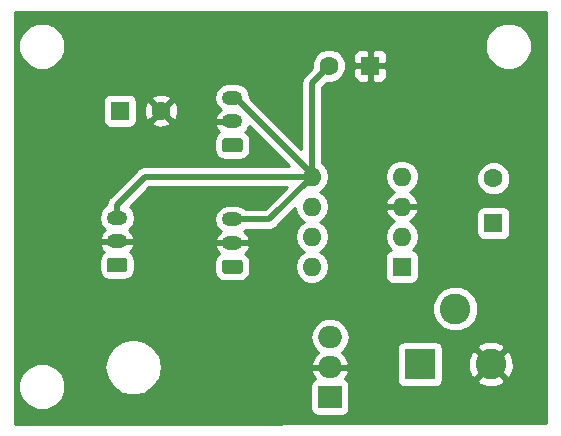
<source format=gbr>
G04 #@! TF.GenerationSoftware,KiCad,Pcbnew,(5.0.1)-rc2*
G04 #@! TF.CreationDate,2018-11-15T21:46:01-05:00*
G04 #@! TF.ProjectId,psu,7073752E6B696361645F706362000000,rev?*
G04 #@! TF.SameCoordinates,Original*
G04 #@! TF.FileFunction,Copper,L2,Bot,Signal*
G04 #@! TF.FilePolarity,Positive*
%FSLAX46Y46*%
G04 Gerber Fmt 4.6, Leading zero omitted, Abs format (unit mm)*
G04 Created by KiCad (PCBNEW (5.0.1)-rc2) date 11/15/2018 9:46:01 PM*
%MOMM*%
%LPD*%
G01*
G04 APERTURE LIST*
G04 #@! TA.AperFunction,ComponentPad*
%ADD10R,2.600000X2.600000*%
G04 #@! TD*
G04 #@! TA.AperFunction,ComponentPad*
%ADD11C,2.600000*%
G04 #@! TD*
G04 #@! TA.AperFunction,ComponentPad*
%ADD12R,1.600000X1.600000*%
G04 #@! TD*
G04 #@! TA.AperFunction,ComponentPad*
%ADD13C,1.600000*%
G04 #@! TD*
G04 #@! TA.AperFunction,Conductor*
%ADD14C,0.100000*%
G04 #@! TD*
G04 #@! TA.AperFunction,ComponentPad*
%ADD15C,1.200000*%
G04 #@! TD*
G04 #@! TA.AperFunction,ComponentPad*
%ADD16O,1.750000X1.200000*%
G04 #@! TD*
G04 #@! TA.AperFunction,ComponentPad*
%ADD17O,1.600000X1.600000*%
G04 #@! TD*
G04 #@! TA.AperFunction,ComponentPad*
%ADD18R,2.000000X1.905000*%
G04 #@! TD*
G04 #@! TA.AperFunction,ComponentPad*
%ADD19O,2.000000X1.905000*%
G04 #@! TD*
G04 #@! TA.AperFunction,Conductor*
%ADD20C,0.508000*%
G04 #@! TD*
G04 #@! TA.AperFunction,Conductor*
%ADD21C,0.254000*%
G04 #@! TD*
G04 APERTURE END LIST*
D10*
G04 #@! TO.P,J3,1*
G04 #@! TO.N,Net-(J3-Pad1)*
X169926000Y-104394000D03*
D11*
G04 #@! TO.P,J3,2*
G04 #@! TO.N,GND*
X175926000Y-104394000D03*
G04 #@! TO.P,J3,3*
G04 #@! TO.N,N/C*
X172926000Y-99694000D03*
G04 #@! TD*
D12*
G04 #@! TO.P,C1,1*
G04 #@! TO.N,Net-(C1-Pad1)*
X176149000Y-92456000D03*
D13*
G04 #@! TO.P,C1,2*
G04 #@! TO.N,Net-(C1-Pad2)*
X176149000Y-88656000D03*
G04 #@! TD*
D12*
G04 #@! TO.P,C2,1*
G04 #@! TO.N,GND*
X165735000Y-79121000D03*
D13*
G04 #@! TO.P,C2,2*
G04 #@! TO.N,-9V*
X162235000Y-79121000D03*
G04 #@! TD*
G04 #@! TO.P,C3,2*
G04 #@! TO.N,GND*
X148026000Y-82931000D03*
D12*
G04 #@! TO.P,C3,1*
G04 #@! TO.N,+9V*
X144526000Y-82931000D03*
G04 #@! TD*
D14*
G04 #@! TO.N,+9V*
G04 #@! TO.C,J1*
G36*
X154700505Y-85253204D02*
X154724773Y-85256804D01*
X154748572Y-85262765D01*
X154771671Y-85271030D01*
X154793850Y-85281520D01*
X154814893Y-85294132D01*
X154834599Y-85308747D01*
X154852777Y-85325223D01*
X154869253Y-85343401D01*
X154883868Y-85363107D01*
X154896480Y-85384150D01*
X154906970Y-85406329D01*
X154915235Y-85429428D01*
X154921196Y-85453227D01*
X154924796Y-85477495D01*
X154926000Y-85501999D01*
X154926000Y-86202001D01*
X154924796Y-86226505D01*
X154921196Y-86250773D01*
X154915235Y-86274572D01*
X154906970Y-86297671D01*
X154896480Y-86319850D01*
X154883868Y-86340893D01*
X154869253Y-86360599D01*
X154852777Y-86378777D01*
X154834599Y-86395253D01*
X154814893Y-86409868D01*
X154793850Y-86422480D01*
X154771671Y-86432970D01*
X154748572Y-86441235D01*
X154724773Y-86447196D01*
X154700505Y-86450796D01*
X154676001Y-86452000D01*
X153425999Y-86452000D01*
X153401495Y-86450796D01*
X153377227Y-86447196D01*
X153353428Y-86441235D01*
X153330329Y-86432970D01*
X153308150Y-86422480D01*
X153287107Y-86409868D01*
X153267401Y-86395253D01*
X153249223Y-86378777D01*
X153232747Y-86360599D01*
X153218132Y-86340893D01*
X153205520Y-86319850D01*
X153195030Y-86297671D01*
X153186765Y-86274572D01*
X153180804Y-86250773D01*
X153177204Y-86226505D01*
X153176000Y-86202001D01*
X153176000Y-85501999D01*
X153177204Y-85477495D01*
X153180804Y-85453227D01*
X153186765Y-85429428D01*
X153195030Y-85406329D01*
X153205520Y-85384150D01*
X153218132Y-85363107D01*
X153232747Y-85343401D01*
X153249223Y-85325223D01*
X153267401Y-85308747D01*
X153287107Y-85294132D01*
X153308150Y-85281520D01*
X153330329Y-85271030D01*
X153353428Y-85262765D01*
X153377227Y-85256804D01*
X153401495Y-85253204D01*
X153425999Y-85252000D01*
X154676001Y-85252000D01*
X154700505Y-85253204D01*
X154700505Y-85253204D01*
G37*
D15*
G04 #@! TD*
G04 #@! TO.P,J1,1*
G04 #@! TO.N,+9V*
X154051000Y-85852000D03*
D16*
G04 #@! TO.P,J1,2*
G04 #@! TO.N,GND*
X154051000Y-83852000D03*
G04 #@! TO.P,J1,3*
G04 #@! TO.N,-9V*
X154051000Y-81852000D03*
G04 #@! TD*
G04 #@! TO.P,J2,3*
G04 #@! TO.N,-9V*
X154051000Y-92139000D03*
G04 #@! TO.P,J2,2*
G04 #@! TO.N,GND*
X154051000Y-94139000D03*
D14*
G04 #@! TD*
G04 #@! TO.N,+9V*
G04 #@! TO.C,J2*
G36*
X154700505Y-95540204D02*
X154724773Y-95543804D01*
X154748572Y-95549765D01*
X154771671Y-95558030D01*
X154793850Y-95568520D01*
X154814893Y-95581132D01*
X154834599Y-95595747D01*
X154852777Y-95612223D01*
X154869253Y-95630401D01*
X154883868Y-95650107D01*
X154896480Y-95671150D01*
X154906970Y-95693329D01*
X154915235Y-95716428D01*
X154921196Y-95740227D01*
X154924796Y-95764495D01*
X154926000Y-95788999D01*
X154926000Y-96489001D01*
X154924796Y-96513505D01*
X154921196Y-96537773D01*
X154915235Y-96561572D01*
X154906970Y-96584671D01*
X154896480Y-96606850D01*
X154883868Y-96627893D01*
X154869253Y-96647599D01*
X154852777Y-96665777D01*
X154834599Y-96682253D01*
X154814893Y-96696868D01*
X154793850Y-96709480D01*
X154771671Y-96719970D01*
X154748572Y-96728235D01*
X154724773Y-96734196D01*
X154700505Y-96737796D01*
X154676001Y-96739000D01*
X153425999Y-96739000D01*
X153401495Y-96737796D01*
X153377227Y-96734196D01*
X153353428Y-96728235D01*
X153330329Y-96719970D01*
X153308150Y-96709480D01*
X153287107Y-96696868D01*
X153267401Y-96682253D01*
X153249223Y-96665777D01*
X153232747Y-96647599D01*
X153218132Y-96627893D01*
X153205520Y-96606850D01*
X153195030Y-96584671D01*
X153186765Y-96561572D01*
X153180804Y-96537773D01*
X153177204Y-96513505D01*
X153176000Y-96489001D01*
X153176000Y-95788999D01*
X153177204Y-95764495D01*
X153180804Y-95740227D01*
X153186765Y-95716428D01*
X153195030Y-95693329D01*
X153205520Y-95671150D01*
X153218132Y-95650107D01*
X153232747Y-95630401D01*
X153249223Y-95612223D01*
X153267401Y-95595747D01*
X153287107Y-95581132D01*
X153308150Y-95568520D01*
X153330329Y-95558030D01*
X153353428Y-95549765D01*
X153377227Y-95543804D01*
X153401495Y-95540204D01*
X153425999Y-95539000D01*
X154676001Y-95539000D01*
X154700505Y-95540204D01*
X154700505Y-95540204D01*
G37*
D15*
G04 #@! TO.P,J2,1*
G04 #@! TO.N,+9V*
X154051000Y-96139000D03*
G04 #@! TD*
D14*
G04 #@! TO.N,+9V*
G04 #@! TO.C,J4*
G36*
X144921505Y-95413204D02*
X144945773Y-95416804D01*
X144969572Y-95422765D01*
X144992671Y-95431030D01*
X145014850Y-95441520D01*
X145035893Y-95454132D01*
X145055599Y-95468747D01*
X145073777Y-95485223D01*
X145090253Y-95503401D01*
X145104868Y-95523107D01*
X145117480Y-95544150D01*
X145127970Y-95566329D01*
X145136235Y-95589428D01*
X145142196Y-95613227D01*
X145145796Y-95637495D01*
X145147000Y-95661999D01*
X145147000Y-96362001D01*
X145145796Y-96386505D01*
X145142196Y-96410773D01*
X145136235Y-96434572D01*
X145127970Y-96457671D01*
X145117480Y-96479850D01*
X145104868Y-96500893D01*
X145090253Y-96520599D01*
X145073777Y-96538777D01*
X145055599Y-96555253D01*
X145035893Y-96569868D01*
X145014850Y-96582480D01*
X144992671Y-96592970D01*
X144969572Y-96601235D01*
X144945773Y-96607196D01*
X144921505Y-96610796D01*
X144897001Y-96612000D01*
X143646999Y-96612000D01*
X143622495Y-96610796D01*
X143598227Y-96607196D01*
X143574428Y-96601235D01*
X143551329Y-96592970D01*
X143529150Y-96582480D01*
X143508107Y-96569868D01*
X143488401Y-96555253D01*
X143470223Y-96538777D01*
X143453747Y-96520599D01*
X143439132Y-96500893D01*
X143426520Y-96479850D01*
X143416030Y-96457671D01*
X143407765Y-96434572D01*
X143401804Y-96410773D01*
X143398204Y-96386505D01*
X143397000Y-96362001D01*
X143397000Y-95661999D01*
X143398204Y-95637495D01*
X143401804Y-95613227D01*
X143407765Y-95589428D01*
X143416030Y-95566329D01*
X143426520Y-95544150D01*
X143439132Y-95523107D01*
X143453747Y-95503401D01*
X143470223Y-95485223D01*
X143488401Y-95468747D01*
X143508107Y-95454132D01*
X143529150Y-95441520D01*
X143551329Y-95431030D01*
X143574428Y-95422765D01*
X143598227Y-95416804D01*
X143622495Y-95413204D01*
X143646999Y-95412000D01*
X144897001Y-95412000D01*
X144921505Y-95413204D01*
X144921505Y-95413204D01*
G37*
D15*
G04 #@! TD*
G04 #@! TO.P,J4,1*
G04 #@! TO.N,+9V*
X144272000Y-96012000D03*
D16*
G04 #@! TO.P,J4,2*
G04 #@! TO.N,GND*
X144272000Y-94012000D03*
G04 #@! TO.P,J4,3*
G04 #@! TO.N,-9V*
X144272000Y-92012000D03*
G04 #@! TD*
D12*
G04 #@! TO.P,U1,1*
G04 #@! TO.N,Net-(U1-Pad1)*
X168402000Y-96139000D03*
D17*
G04 #@! TO.P,U1,5*
G04 #@! TO.N,-9V*
X160782000Y-88519000D03*
G04 #@! TO.P,U1,2*
G04 #@! TO.N,Net-(C1-Pad1)*
X168402000Y-93599000D03*
G04 #@! TO.P,U1,6*
G04 #@! TO.N,Net-(U1-Pad6)*
X160782000Y-91059000D03*
G04 #@! TO.P,U1,3*
G04 #@! TO.N,GND*
X168402000Y-91059000D03*
G04 #@! TO.P,U1,7*
G04 #@! TO.N,Net-(U1-Pad7)*
X160782000Y-93599000D03*
G04 #@! TO.P,U1,4*
G04 #@! TO.N,Net-(C1-Pad2)*
X168402000Y-88519000D03*
G04 #@! TO.P,U1,8*
G04 #@! TO.N,+9V*
X160782000Y-96139000D03*
G04 #@! TD*
D18*
G04 #@! TO.P,U2,1*
G04 #@! TO.N,Net-(J3-Pad1)*
X162306000Y-107188000D03*
D19*
G04 #@! TO.P,U2,2*
G04 #@! TO.N,GND*
X162306000Y-104648000D03*
G04 #@! TO.P,U2,3*
G04 #@! TO.N,+9V*
X162306000Y-102108000D03*
G04 #@! TD*
D20*
G04 #@! TO.N,-9V*
X160782000Y-80574000D02*
X162235000Y-79121000D01*
X160782000Y-88519000D02*
X160782000Y-80574000D01*
X144272000Y-90904000D02*
X144272000Y-92012000D01*
X146657000Y-88519000D02*
X144272000Y-90904000D01*
X160782000Y-88519000D02*
X146657000Y-88519000D01*
X157162000Y-92139000D02*
X160782000Y-88519000D01*
X154051000Y-92139000D02*
X157162000Y-92139000D01*
X160782000Y-88308000D02*
X160782000Y-88519000D01*
X154326000Y-81852000D02*
X160782000Y-88308000D01*
X154051000Y-81852000D02*
X154326000Y-81852000D01*
G04 #@! TD*
D21*
G04 #@! TO.N,GND*
G36*
X180594000Y-109347357D02*
X135636000Y-109473643D01*
X135636000Y-105904159D01*
X135937000Y-105904159D01*
X135937000Y-106693841D01*
X136239199Y-107423412D01*
X136797588Y-107981801D01*
X137527159Y-108284000D01*
X138316841Y-108284000D01*
X139046412Y-107981801D01*
X139604801Y-107423412D01*
X139907000Y-106693841D01*
X139907000Y-105904159D01*
X139604801Y-105174588D01*
X139078213Y-104648000D01*
X143214276Y-104648000D01*
X143399380Y-105578580D01*
X143926511Y-106367489D01*
X144715420Y-106894620D01*
X145411103Y-107033000D01*
X145880897Y-107033000D01*
X146576580Y-106894620D01*
X147365489Y-106367489D01*
X147453681Y-106235500D01*
X160658560Y-106235500D01*
X160658560Y-108140500D01*
X160707843Y-108388265D01*
X160848191Y-108598309D01*
X161058235Y-108738657D01*
X161306000Y-108787940D01*
X163306000Y-108787940D01*
X163553765Y-108738657D01*
X163763809Y-108598309D01*
X163904157Y-108388265D01*
X163953440Y-108140500D01*
X163953440Y-106235500D01*
X163904157Y-105987735D01*
X163763809Y-105777691D01*
X163558857Y-105640745D01*
X163681973Y-105514924D01*
X163896563Y-105020980D01*
X163776594Y-104775000D01*
X162433000Y-104775000D01*
X162433000Y-104795000D01*
X162179000Y-104795000D01*
X162179000Y-104775000D01*
X160835406Y-104775000D01*
X160715437Y-105020980D01*
X160930027Y-105514924D01*
X161053143Y-105640745D01*
X160848191Y-105777691D01*
X160707843Y-105987735D01*
X160658560Y-106235500D01*
X147453681Y-106235500D01*
X147892620Y-105578580D01*
X148077724Y-104648000D01*
X147892620Y-103717420D01*
X147365489Y-102928511D01*
X146576580Y-102401380D01*
X145880897Y-102263000D01*
X145411103Y-102263000D01*
X144715420Y-102401380D01*
X143926511Y-102928511D01*
X143399380Y-103717420D01*
X143214276Y-104648000D01*
X139078213Y-104648000D01*
X139046412Y-104616199D01*
X138316841Y-104314000D01*
X137527159Y-104314000D01*
X136797588Y-104616199D01*
X136239199Y-105174588D01*
X135937000Y-105904159D01*
X135636000Y-105904159D01*
X135636000Y-102108000D01*
X160639900Y-102108000D01*
X160763109Y-102727411D01*
X161113977Y-103252523D01*
X161315474Y-103387159D01*
X160930027Y-103781076D01*
X160715437Y-104275020D01*
X160835406Y-104521000D01*
X162179000Y-104521000D01*
X162179000Y-104501000D01*
X162433000Y-104501000D01*
X162433000Y-104521000D01*
X163776594Y-104521000D01*
X163896563Y-104275020D01*
X163681973Y-103781076D01*
X163296526Y-103387159D01*
X163498023Y-103252523D01*
X163603944Y-103094000D01*
X167978560Y-103094000D01*
X167978560Y-105694000D01*
X168027843Y-105941765D01*
X168168191Y-106151809D01*
X168378235Y-106292157D01*
X168626000Y-106341440D01*
X171226000Y-106341440D01*
X171473765Y-106292157D01*
X171683809Y-106151809D01*
X171824157Y-105941765D01*
X171859623Y-105763459D01*
X174736146Y-105763459D01*
X174871504Y-106061455D01*
X175589880Y-106338066D01*
X176359427Y-106318710D01*
X176980496Y-106061455D01*
X177115854Y-105763459D01*
X175926000Y-104573605D01*
X174736146Y-105763459D01*
X171859623Y-105763459D01*
X171873440Y-105694000D01*
X171873440Y-104057880D01*
X173981934Y-104057880D01*
X174001290Y-104827427D01*
X174258545Y-105448496D01*
X174556541Y-105583854D01*
X175746395Y-104394000D01*
X176105605Y-104394000D01*
X177295459Y-105583854D01*
X177593455Y-105448496D01*
X177870066Y-104730120D01*
X177850710Y-103960573D01*
X177593455Y-103339504D01*
X177295459Y-103204146D01*
X176105605Y-104394000D01*
X175746395Y-104394000D01*
X174556541Y-103204146D01*
X174258545Y-103339504D01*
X173981934Y-104057880D01*
X171873440Y-104057880D01*
X171873440Y-103094000D01*
X171859624Y-103024541D01*
X174736146Y-103024541D01*
X175926000Y-104214395D01*
X177115854Y-103024541D01*
X176980496Y-102726545D01*
X176262120Y-102449934D01*
X175492573Y-102469290D01*
X174871504Y-102726545D01*
X174736146Y-103024541D01*
X171859624Y-103024541D01*
X171824157Y-102846235D01*
X171683809Y-102636191D01*
X171473765Y-102495843D01*
X171226000Y-102446560D01*
X168626000Y-102446560D01*
X168378235Y-102495843D01*
X168168191Y-102636191D01*
X168027843Y-102846235D01*
X167978560Y-103094000D01*
X163603944Y-103094000D01*
X163848891Y-102727411D01*
X163972100Y-102108000D01*
X163848891Y-101488589D01*
X163498023Y-100963477D01*
X162972911Y-100612609D01*
X162509850Y-100520500D01*
X162102150Y-100520500D01*
X161639089Y-100612609D01*
X161113977Y-100963477D01*
X160763109Y-101488589D01*
X160639900Y-102108000D01*
X135636000Y-102108000D01*
X135636000Y-99309105D01*
X170991000Y-99309105D01*
X170991000Y-100078895D01*
X171285586Y-100790090D01*
X171829910Y-101334414D01*
X172541105Y-101629000D01*
X173310895Y-101629000D01*
X174022090Y-101334414D01*
X174566414Y-100790090D01*
X174861000Y-100078895D01*
X174861000Y-99309105D01*
X174566414Y-98597910D01*
X174022090Y-98053586D01*
X173310895Y-97759000D01*
X172541105Y-97759000D01*
X171829910Y-98053586D01*
X171285586Y-98597910D01*
X170991000Y-99309105D01*
X135636000Y-99309105D01*
X135636000Y-95661999D01*
X142749560Y-95661999D01*
X142749560Y-96362001D01*
X142817873Y-96705436D01*
X143012414Y-96996586D01*
X143303564Y-97191127D01*
X143646999Y-97259440D01*
X144897001Y-97259440D01*
X145240436Y-97191127D01*
X145531586Y-96996586D01*
X145726127Y-96705436D01*
X145794440Y-96362001D01*
X145794440Y-95788999D01*
X152528560Y-95788999D01*
X152528560Y-96489001D01*
X152596873Y-96832436D01*
X152791414Y-97123586D01*
X153082564Y-97318127D01*
X153425999Y-97386440D01*
X154676001Y-97386440D01*
X155019436Y-97318127D01*
X155310586Y-97123586D01*
X155505127Y-96832436D01*
X155573440Y-96489001D01*
X155573440Y-95788999D01*
X155505127Y-95445564D01*
X155310586Y-95154414D01*
X155143653Y-95042873D01*
X155289080Y-94922474D01*
X155515592Y-94494281D01*
X155519462Y-94456609D01*
X155394731Y-94266000D01*
X154178000Y-94266000D01*
X154178000Y-94286000D01*
X153924000Y-94286000D01*
X153924000Y-94266000D01*
X152707269Y-94266000D01*
X152582538Y-94456609D01*
X152586408Y-94494281D01*
X152812920Y-94922474D01*
X152958347Y-95042873D01*
X152791414Y-95154414D01*
X152596873Y-95445564D01*
X152528560Y-95788999D01*
X145794440Y-95788999D01*
X145794440Y-95661999D01*
X145726127Y-95318564D01*
X145531586Y-95027414D01*
X145364653Y-94915873D01*
X145510080Y-94795474D01*
X145736592Y-94367281D01*
X145740462Y-94329609D01*
X145615731Y-94139000D01*
X144399000Y-94139000D01*
X144399000Y-94159000D01*
X144145000Y-94159000D01*
X144145000Y-94139000D01*
X142928269Y-94139000D01*
X142803538Y-94329609D01*
X142807408Y-94367281D01*
X143033920Y-94795474D01*
X143179347Y-94915873D01*
X143012414Y-95027414D01*
X142817873Y-95318564D01*
X142749560Y-95661999D01*
X135636000Y-95661999D01*
X135636000Y-92012000D01*
X142737805Y-92012000D01*
X142833656Y-92493873D01*
X143106615Y-92902385D01*
X143284385Y-93021167D01*
X143033920Y-93228526D01*
X142807408Y-93656719D01*
X142803538Y-93694391D01*
X142928269Y-93885000D01*
X144145000Y-93885000D01*
X144145000Y-93865000D01*
X144399000Y-93865000D01*
X144399000Y-93885000D01*
X145615731Y-93885000D01*
X145740462Y-93694391D01*
X145736592Y-93656719D01*
X145510080Y-93228526D01*
X145259615Y-93021167D01*
X145437385Y-92902385D01*
X145710344Y-92493873D01*
X145806195Y-92012000D01*
X145710344Y-91530127D01*
X145437385Y-91121615D01*
X145361995Y-91071241D01*
X147025236Y-89408000D01*
X158635764Y-89408000D01*
X156793765Y-91250000D01*
X155217310Y-91250000D01*
X155216385Y-91248615D01*
X154807873Y-90975656D01*
X154447636Y-90904000D01*
X153654364Y-90904000D01*
X153294127Y-90975656D01*
X152885615Y-91248615D01*
X152612656Y-91657127D01*
X152516805Y-92139000D01*
X152612656Y-92620873D01*
X152885615Y-93029385D01*
X153063385Y-93148167D01*
X152812920Y-93355526D01*
X152586408Y-93783719D01*
X152582538Y-93821391D01*
X152707269Y-94012000D01*
X153924000Y-94012000D01*
X153924000Y-93992000D01*
X154178000Y-93992000D01*
X154178000Y-94012000D01*
X155394731Y-94012000D01*
X155519462Y-93821391D01*
X155515592Y-93783719D01*
X155289080Y-93355526D01*
X155038615Y-93148167D01*
X155216385Y-93029385D01*
X155217310Y-93028000D01*
X157074445Y-93028000D01*
X157162000Y-93045416D01*
X157249555Y-93028000D01*
X157249556Y-93028000D01*
X157508870Y-92976419D01*
X157802933Y-92779933D01*
X157852531Y-92705704D01*
X159348809Y-91209427D01*
X159430260Y-91618909D01*
X159747423Y-92093577D01*
X160099758Y-92329000D01*
X159747423Y-92564423D01*
X159430260Y-93039091D01*
X159318887Y-93599000D01*
X159430260Y-94158909D01*
X159747423Y-94633577D01*
X160099758Y-94869000D01*
X159747423Y-95104423D01*
X159430260Y-95579091D01*
X159318887Y-96139000D01*
X159430260Y-96698909D01*
X159747423Y-97173577D01*
X160222091Y-97490740D01*
X160640667Y-97574000D01*
X160923333Y-97574000D01*
X161341909Y-97490740D01*
X161816577Y-97173577D01*
X162133740Y-96698909D01*
X162245113Y-96139000D01*
X162133740Y-95579091D01*
X161816577Y-95104423D01*
X161464242Y-94869000D01*
X161816577Y-94633577D01*
X162133740Y-94158909D01*
X162245113Y-93599000D01*
X166938887Y-93599000D01*
X167050260Y-94158909D01*
X167367423Y-94633577D01*
X167488106Y-94714215D01*
X167354235Y-94740843D01*
X167144191Y-94881191D01*
X167003843Y-95091235D01*
X166954560Y-95339000D01*
X166954560Y-96939000D01*
X167003843Y-97186765D01*
X167144191Y-97396809D01*
X167354235Y-97537157D01*
X167602000Y-97586440D01*
X169202000Y-97586440D01*
X169449765Y-97537157D01*
X169659809Y-97396809D01*
X169800157Y-97186765D01*
X169849440Y-96939000D01*
X169849440Y-95339000D01*
X169800157Y-95091235D01*
X169659809Y-94881191D01*
X169449765Y-94740843D01*
X169315894Y-94714215D01*
X169436577Y-94633577D01*
X169753740Y-94158909D01*
X169865113Y-93599000D01*
X169753740Y-93039091D01*
X169436577Y-92564423D01*
X169052892Y-92308053D01*
X169257134Y-92211389D01*
X169633041Y-91796423D01*
X169691202Y-91656000D01*
X174701560Y-91656000D01*
X174701560Y-93256000D01*
X174750843Y-93503765D01*
X174891191Y-93713809D01*
X175101235Y-93854157D01*
X175349000Y-93903440D01*
X176949000Y-93903440D01*
X177196765Y-93854157D01*
X177406809Y-93713809D01*
X177547157Y-93503765D01*
X177596440Y-93256000D01*
X177596440Y-91656000D01*
X177547157Y-91408235D01*
X177406809Y-91198191D01*
X177196765Y-91057843D01*
X176949000Y-91008560D01*
X175349000Y-91008560D01*
X175101235Y-91057843D01*
X174891191Y-91198191D01*
X174750843Y-91408235D01*
X174701560Y-91656000D01*
X169691202Y-91656000D01*
X169793904Y-91408039D01*
X169671915Y-91186000D01*
X168529000Y-91186000D01*
X168529000Y-91206000D01*
X168275000Y-91206000D01*
X168275000Y-91186000D01*
X167132085Y-91186000D01*
X167010096Y-91408039D01*
X167170959Y-91796423D01*
X167546866Y-92211389D01*
X167751108Y-92308053D01*
X167367423Y-92564423D01*
X167050260Y-93039091D01*
X166938887Y-93599000D01*
X162245113Y-93599000D01*
X162133740Y-93039091D01*
X161816577Y-92564423D01*
X161464242Y-92329000D01*
X161816577Y-92093577D01*
X162133740Y-91618909D01*
X162245113Y-91059000D01*
X162133740Y-90499091D01*
X161816577Y-90024423D01*
X161464242Y-89789000D01*
X161816577Y-89553577D01*
X162133740Y-89078909D01*
X162245113Y-88519000D01*
X166938887Y-88519000D01*
X167050260Y-89078909D01*
X167367423Y-89553577D01*
X167751108Y-89809947D01*
X167546866Y-89906611D01*
X167170959Y-90321577D01*
X167010096Y-90709961D01*
X167132085Y-90932000D01*
X168275000Y-90932000D01*
X168275000Y-90912000D01*
X168529000Y-90912000D01*
X168529000Y-90932000D01*
X169671915Y-90932000D01*
X169793904Y-90709961D01*
X169633041Y-90321577D01*
X169257134Y-89906611D01*
X169052892Y-89809947D01*
X169436577Y-89553577D01*
X169753740Y-89078909D01*
X169865113Y-88519000D01*
X169835587Y-88370561D01*
X174714000Y-88370561D01*
X174714000Y-88941439D01*
X174932466Y-89468862D01*
X175336138Y-89872534D01*
X175863561Y-90091000D01*
X176434439Y-90091000D01*
X176961862Y-89872534D01*
X177365534Y-89468862D01*
X177584000Y-88941439D01*
X177584000Y-88370561D01*
X177365534Y-87843138D01*
X176961862Y-87439466D01*
X176434439Y-87221000D01*
X175863561Y-87221000D01*
X175336138Y-87439466D01*
X174932466Y-87843138D01*
X174714000Y-88370561D01*
X169835587Y-88370561D01*
X169753740Y-87959091D01*
X169436577Y-87484423D01*
X168961909Y-87167260D01*
X168543333Y-87084000D01*
X168260667Y-87084000D01*
X167842091Y-87167260D01*
X167367423Y-87484423D01*
X167050260Y-87959091D01*
X166938887Y-88519000D01*
X162245113Y-88519000D01*
X162133740Y-87959091D01*
X161816577Y-87484423D01*
X161671000Y-87387152D01*
X161671000Y-80942235D01*
X162057235Y-80556000D01*
X162520439Y-80556000D01*
X163047862Y-80337534D01*
X163451534Y-79933862D01*
X163669871Y-79406750D01*
X164300000Y-79406750D01*
X164300000Y-80047310D01*
X164396673Y-80280699D01*
X164575302Y-80459327D01*
X164808691Y-80556000D01*
X165449250Y-80556000D01*
X165608000Y-80397250D01*
X165608000Y-79248000D01*
X165862000Y-79248000D01*
X165862000Y-80397250D01*
X166020750Y-80556000D01*
X166661309Y-80556000D01*
X166894698Y-80459327D01*
X167073327Y-80280699D01*
X167170000Y-80047310D01*
X167170000Y-79406750D01*
X167011250Y-79248000D01*
X165862000Y-79248000D01*
X165608000Y-79248000D01*
X164458750Y-79248000D01*
X164300000Y-79406750D01*
X163669871Y-79406750D01*
X163670000Y-79406439D01*
X163670000Y-78835561D01*
X163451534Y-78308138D01*
X163338086Y-78194690D01*
X164300000Y-78194690D01*
X164300000Y-78835250D01*
X164458750Y-78994000D01*
X165608000Y-78994000D01*
X165608000Y-77844750D01*
X165862000Y-77844750D01*
X165862000Y-78994000D01*
X167011250Y-78994000D01*
X167170000Y-78835250D01*
X167170000Y-78194690D01*
X167073327Y-77961301D01*
X166894698Y-77782673D01*
X166661309Y-77686000D01*
X166020750Y-77686000D01*
X165862000Y-77844750D01*
X165608000Y-77844750D01*
X165449250Y-77686000D01*
X164808691Y-77686000D01*
X164575302Y-77782673D01*
X164396673Y-77961301D01*
X164300000Y-78194690D01*
X163338086Y-78194690D01*
X163047862Y-77904466D01*
X162520439Y-77686000D01*
X161949561Y-77686000D01*
X161422138Y-77904466D01*
X161018466Y-78308138D01*
X160800000Y-78835561D01*
X160800000Y-79298765D01*
X160215294Y-79883471D01*
X160141068Y-79933067D01*
X160091472Y-80007293D01*
X160091471Y-80007294D01*
X159944582Y-80227130D01*
X159875584Y-80574000D01*
X159893001Y-80661559D01*
X159893000Y-86161765D01*
X155584870Y-81853635D01*
X155585195Y-81852000D01*
X155489344Y-81370127D01*
X155216385Y-80961615D01*
X154807873Y-80688656D01*
X154447636Y-80617000D01*
X153654364Y-80617000D01*
X153294127Y-80688656D01*
X152885615Y-80961615D01*
X152612656Y-81370127D01*
X152516805Y-81852000D01*
X152612656Y-82333873D01*
X152885615Y-82742385D01*
X153063385Y-82861167D01*
X152812920Y-83068526D01*
X152586408Y-83496719D01*
X152582538Y-83534391D01*
X152707269Y-83725000D01*
X153924000Y-83725000D01*
X153924000Y-83705000D01*
X154178000Y-83705000D01*
X154178000Y-83725000D01*
X154198000Y-83725000D01*
X154198000Y-83979000D01*
X154178000Y-83979000D01*
X154178000Y-83999000D01*
X153924000Y-83999000D01*
X153924000Y-83979000D01*
X152707269Y-83979000D01*
X152582538Y-84169609D01*
X152586408Y-84207281D01*
X152812920Y-84635474D01*
X152958347Y-84755873D01*
X152791414Y-84867414D01*
X152596873Y-85158564D01*
X152528560Y-85501999D01*
X152528560Y-86202001D01*
X152596873Y-86545436D01*
X152791414Y-86836586D01*
X153082564Y-87031127D01*
X153425999Y-87099440D01*
X154676001Y-87099440D01*
X155019436Y-87031127D01*
X155310586Y-86836586D01*
X155505127Y-86545436D01*
X155573440Y-86202001D01*
X155573440Y-85501999D01*
X155505127Y-85158564D01*
X155310586Y-84867414D01*
X155143653Y-84755873D01*
X155289080Y-84635474D01*
X155483919Y-84267154D01*
X158846764Y-87630000D01*
X146744550Y-87630000D01*
X146656999Y-87612585D01*
X146569448Y-87630000D01*
X146569444Y-87630000D01*
X146310130Y-87681581D01*
X146016067Y-87878067D01*
X145966471Y-87952293D01*
X143705296Y-90213469D01*
X143631067Y-90263067D01*
X143434581Y-90557131D01*
X143404181Y-90709961D01*
X143365584Y-90904000D01*
X143373411Y-90943348D01*
X143106615Y-91121615D01*
X142833656Y-91530127D01*
X142737805Y-92012000D01*
X135636000Y-92012000D01*
X135636000Y-82131000D01*
X143078560Y-82131000D01*
X143078560Y-83731000D01*
X143127843Y-83978765D01*
X143268191Y-84188809D01*
X143478235Y-84329157D01*
X143726000Y-84378440D01*
X145326000Y-84378440D01*
X145573765Y-84329157D01*
X145783809Y-84188809D01*
X145924157Y-83978765D01*
X145932117Y-83938745D01*
X147197861Y-83938745D01*
X147271995Y-84184864D01*
X147809223Y-84377965D01*
X148379454Y-84350778D01*
X148780005Y-84184864D01*
X148854139Y-83938745D01*
X148026000Y-83110605D01*
X147197861Y-83938745D01*
X145932117Y-83938745D01*
X145973440Y-83731000D01*
X145973440Y-82714223D01*
X146579035Y-82714223D01*
X146606222Y-83284454D01*
X146772136Y-83685005D01*
X147018255Y-83759139D01*
X147846395Y-82931000D01*
X148205605Y-82931000D01*
X149033745Y-83759139D01*
X149279864Y-83685005D01*
X149472965Y-83147777D01*
X149445778Y-82577546D01*
X149279864Y-82176995D01*
X149033745Y-82102861D01*
X148205605Y-82931000D01*
X147846395Y-82931000D01*
X147018255Y-82102861D01*
X146772136Y-82176995D01*
X146579035Y-82714223D01*
X145973440Y-82714223D01*
X145973440Y-82131000D01*
X145932118Y-81923255D01*
X147197861Y-81923255D01*
X148026000Y-82751395D01*
X148854139Y-81923255D01*
X148780005Y-81677136D01*
X148242777Y-81484035D01*
X147672546Y-81511222D01*
X147271995Y-81677136D01*
X147197861Y-81923255D01*
X145932118Y-81923255D01*
X145924157Y-81883235D01*
X145783809Y-81673191D01*
X145573765Y-81532843D01*
X145326000Y-81483560D01*
X143726000Y-81483560D01*
X143478235Y-81532843D01*
X143268191Y-81673191D01*
X143127843Y-81883235D01*
X143078560Y-82131000D01*
X135636000Y-82131000D01*
X135636000Y-77075159D01*
X135937000Y-77075159D01*
X135937000Y-77864841D01*
X136239199Y-78594412D01*
X136797588Y-79152801D01*
X137527159Y-79455000D01*
X138316841Y-79455000D01*
X139046412Y-79152801D01*
X139604801Y-78594412D01*
X139907000Y-77864841D01*
X139907000Y-77075159D01*
X175434000Y-77075159D01*
X175434000Y-77864841D01*
X175736199Y-78594412D01*
X176294588Y-79152801D01*
X177024159Y-79455000D01*
X177813841Y-79455000D01*
X178543412Y-79152801D01*
X179101801Y-78594412D01*
X179404000Y-77864841D01*
X179404000Y-77075159D01*
X179101801Y-76345588D01*
X178543412Y-75787199D01*
X177813841Y-75485000D01*
X177024159Y-75485000D01*
X176294588Y-75787199D01*
X175736199Y-76345588D01*
X175434000Y-77075159D01*
X139907000Y-77075159D01*
X139604801Y-76345588D01*
X139046412Y-75787199D01*
X138316841Y-75485000D01*
X137527159Y-75485000D01*
X136797588Y-75787199D01*
X136239199Y-76345588D01*
X135937000Y-77075159D01*
X135636000Y-77075159D01*
X135636000Y-74549000D01*
X180594000Y-74549000D01*
X180594000Y-109347357D01*
X180594000Y-109347357D01*
G37*
X180594000Y-109347357D02*
X135636000Y-109473643D01*
X135636000Y-105904159D01*
X135937000Y-105904159D01*
X135937000Y-106693841D01*
X136239199Y-107423412D01*
X136797588Y-107981801D01*
X137527159Y-108284000D01*
X138316841Y-108284000D01*
X139046412Y-107981801D01*
X139604801Y-107423412D01*
X139907000Y-106693841D01*
X139907000Y-105904159D01*
X139604801Y-105174588D01*
X139078213Y-104648000D01*
X143214276Y-104648000D01*
X143399380Y-105578580D01*
X143926511Y-106367489D01*
X144715420Y-106894620D01*
X145411103Y-107033000D01*
X145880897Y-107033000D01*
X146576580Y-106894620D01*
X147365489Y-106367489D01*
X147453681Y-106235500D01*
X160658560Y-106235500D01*
X160658560Y-108140500D01*
X160707843Y-108388265D01*
X160848191Y-108598309D01*
X161058235Y-108738657D01*
X161306000Y-108787940D01*
X163306000Y-108787940D01*
X163553765Y-108738657D01*
X163763809Y-108598309D01*
X163904157Y-108388265D01*
X163953440Y-108140500D01*
X163953440Y-106235500D01*
X163904157Y-105987735D01*
X163763809Y-105777691D01*
X163558857Y-105640745D01*
X163681973Y-105514924D01*
X163896563Y-105020980D01*
X163776594Y-104775000D01*
X162433000Y-104775000D01*
X162433000Y-104795000D01*
X162179000Y-104795000D01*
X162179000Y-104775000D01*
X160835406Y-104775000D01*
X160715437Y-105020980D01*
X160930027Y-105514924D01*
X161053143Y-105640745D01*
X160848191Y-105777691D01*
X160707843Y-105987735D01*
X160658560Y-106235500D01*
X147453681Y-106235500D01*
X147892620Y-105578580D01*
X148077724Y-104648000D01*
X147892620Y-103717420D01*
X147365489Y-102928511D01*
X146576580Y-102401380D01*
X145880897Y-102263000D01*
X145411103Y-102263000D01*
X144715420Y-102401380D01*
X143926511Y-102928511D01*
X143399380Y-103717420D01*
X143214276Y-104648000D01*
X139078213Y-104648000D01*
X139046412Y-104616199D01*
X138316841Y-104314000D01*
X137527159Y-104314000D01*
X136797588Y-104616199D01*
X136239199Y-105174588D01*
X135937000Y-105904159D01*
X135636000Y-105904159D01*
X135636000Y-102108000D01*
X160639900Y-102108000D01*
X160763109Y-102727411D01*
X161113977Y-103252523D01*
X161315474Y-103387159D01*
X160930027Y-103781076D01*
X160715437Y-104275020D01*
X160835406Y-104521000D01*
X162179000Y-104521000D01*
X162179000Y-104501000D01*
X162433000Y-104501000D01*
X162433000Y-104521000D01*
X163776594Y-104521000D01*
X163896563Y-104275020D01*
X163681973Y-103781076D01*
X163296526Y-103387159D01*
X163498023Y-103252523D01*
X163603944Y-103094000D01*
X167978560Y-103094000D01*
X167978560Y-105694000D01*
X168027843Y-105941765D01*
X168168191Y-106151809D01*
X168378235Y-106292157D01*
X168626000Y-106341440D01*
X171226000Y-106341440D01*
X171473765Y-106292157D01*
X171683809Y-106151809D01*
X171824157Y-105941765D01*
X171859623Y-105763459D01*
X174736146Y-105763459D01*
X174871504Y-106061455D01*
X175589880Y-106338066D01*
X176359427Y-106318710D01*
X176980496Y-106061455D01*
X177115854Y-105763459D01*
X175926000Y-104573605D01*
X174736146Y-105763459D01*
X171859623Y-105763459D01*
X171873440Y-105694000D01*
X171873440Y-104057880D01*
X173981934Y-104057880D01*
X174001290Y-104827427D01*
X174258545Y-105448496D01*
X174556541Y-105583854D01*
X175746395Y-104394000D01*
X176105605Y-104394000D01*
X177295459Y-105583854D01*
X177593455Y-105448496D01*
X177870066Y-104730120D01*
X177850710Y-103960573D01*
X177593455Y-103339504D01*
X177295459Y-103204146D01*
X176105605Y-104394000D01*
X175746395Y-104394000D01*
X174556541Y-103204146D01*
X174258545Y-103339504D01*
X173981934Y-104057880D01*
X171873440Y-104057880D01*
X171873440Y-103094000D01*
X171859624Y-103024541D01*
X174736146Y-103024541D01*
X175926000Y-104214395D01*
X177115854Y-103024541D01*
X176980496Y-102726545D01*
X176262120Y-102449934D01*
X175492573Y-102469290D01*
X174871504Y-102726545D01*
X174736146Y-103024541D01*
X171859624Y-103024541D01*
X171824157Y-102846235D01*
X171683809Y-102636191D01*
X171473765Y-102495843D01*
X171226000Y-102446560D01*
X168626000Y-102446560D01*
X168378235Y-102495843D01*
X168168191Y-102636191D01*
X168027843Y-102846235D01*
X167978560Y-103094000D01*
X163603944Y-103094000D01*
X163848891Y-102727411D01*
X163972100Y-102108000D01*
X163848891Y-101488589D01*
X163498023Y-100963477D01*
X162972911Y-100612609D01*
X162509850Y-100520500D01*
X162102150Y-100520500D01*
X161639089Y-100612609D01*
X161113977Y-100963477D01*
X160763109Y-101488589D01*
X160639900Y-102108000D01*
X135636000Y-102108000D01*
X135636000Y-99309105D01*
X170991000Y-99309105D01*
X170991000Y-100078895D01*
X171285586Y-100790090D01*
X171829910Y-101334414D01*
X172541105Y-101629000D01*
X173310895Y-101629000D01*
X174022090Y-101334414D01*
X174566414Y-100790090D01*
X174861000Y-100078895D01*
X174861000Y-99309105D01*
X174566414Y-98597910D01*
X174022090Y-98053586D01*
X173310895Y-97759000D01*
X172541105Y-97759000D01*
X171829910Y-98053586D01*
X171285586Y-98597910D01*
X170991000Y-99309105D01*
X135636000Y-99309105D01*
X135636000Y-95661999D01*
X142749560Y-95661999D01*
X142749560Y-96362001D01*
X142817873Y-96705436D01*
X143012414Y-96996586D01*
X143303564Y-97191127D01*
X143646999Y-97259440D01*
X144897001Y-97259440D01*
X145240436Y-97191127D01*
X145531586Y-96996586D01*
X145726127Y-96705436D01*
X145794440Y-96362001D01*
X145794440Y-95788999D01*
X152528560Y-95788999D01*
X152528560Y-96489001D01*
X152596873Y-96832436D01*
X152791414Y-97123586D01*
X153082564Y-97318127D01*
X153425999Y-97386440D01*
X154676001Y-97386440D01*
X155019436Y-97318127D01*
X155310586Y-97123586D01*
X155505127Y-96832436D01*
X155573440Y-96489001D01*
X155573440Y-95788999D01*
X155505127Y-95445564D01*
X155310586Y-95154414D01*
X155143653Y-95042873D01*
X155289080Y-94922474D01*
X155515592Y-94494281D01*
X155519462Y-94456609D01*
X155394731Y-94266000D01*
X154178000Y-94266000D01*
X154178000Y-94286000D01*
X153924000Y-94286000D01*
X153924000Y-94266000D01*
X152707269Y-94266000D01*
X152582538Y-94456609D01*
X152586408Y-94494281D01*
X152812920Y-94922474D01*
X152958347Y-95042873D01*
X152791414Y-95154414D01*
X152596873Y-95445564D01*
X152528560Y-95788999D01*
X145794440Y-95788999D01*
X145794440Y-95661999D01*
X145726127Y-95318564D01*
X145531586Y-95027414D01*
X145364653Y-94915873D01*
X145510080Y-94795474D01*
X145736592Y-94367281D01*
X145740462Y-94329609D01*
X145615731Y-94139000D01*
X144399000Y-94139000D01*
X144399000Y-94159000D01*
X144145000Y-94159000D01*
X144145000Y-94139000D01*
X142928269Y-94139000D01*
X142803538Y-94329609D01*
X142807408Y-94367281D01*
X143033920Y-94795474D01*
X143179347Y-94915873D01*
X143012414Y-95027414D01*
X142817873Y-95318564D01*
X142749560Y-95661999D01*
X135636000Y-95661999D01*
X135636000Y-92012000D01*
X142737805Y-92012000D01*
X142833656Y-92493873D01*
X143106615Y-92902385D01*
X143284385Y-93021167D01*
X143033920Y-93228526D01*
X142807408Y-93656719D01*
X142803538Y-93694391D01*
X142928269Y-93885000D01*
X144145000Y-93885000D01*
X144145000Y-93865000D01*
X144399000Y-93865000D01*
X144399000Y-93885000D01*
X145615731Y-93885000D01*
X145740462Y-93694391D01*
X145736592Y-93656719D01*
X145510080Y-93228526D01*
X145259615Y-93021167D01*
X145437385Y-92902385D01*
X145710344Y-92493873D01*
X145806195Y-92012000D01*
X145710344Y-91530127D01*
X145437385Y-91121615D01*
X145361995Y-91071241D01*
X147025236Y-89408000D01*
X158635764Y-89408000D01*
X156793765Y-91250000D01*
X155217310Y-91250000D01*
X155216385Y-91248615D01*
X154807873Y-90975656D01*
X154447636Y-90904000D01*
X153654364Y-90904000D01*
X153294127Y-90975656D01*
X152885615Y-91248615D01*
X152612656Y-91657127D01*
X152516805Y-92139000D01*
X152612656Y-92620873D01*
X152885615Y-93029385D01*
X153063385Y-93148167D01*
X152812920Y-93355526D01*
X152586408Y-93783719D01*
X152582538Y-93821391D01*
X152707269Y-94012000D01*
X153924000Y-94012000D01*
X153924000Y-93992000D01*
X154178000Y-93992000D01*
X154178000Y-94012000D01*
X155394731Y-94012000D01*
X155519462Y-93821391D01*
X155515592Y-93783719D01*
X155289080Y-93355526D01*
X155038615Y-93148167D01*
X155216385Y-93029385D01*
X155217310Y-93028000D01*
X157074445Y-93028000D01*
X157162000Y-93045416D01*
X157249555Y-93028000D01*
X157249556Y-93028000D01*
X157508870Y-92976419D01*
X157802933Y-92779933D01*
X157852531Y-92705704D01*
X159348809Y-91209427D01*
X159430260Y-91618909D01*
X159747423Y-92093577D01*
X160099758Y-92329000D01*
X159747423Y-92564423D01*
X159430260Y-93039091D01*
X159318887Y-93599000D01*
X159430260Y-94158909D01*
X159747423Y-94633577D01*
X160099758Y-94869000D01*
X159747423Y-95104423D01*
X159430260Y-95579091D01*
X159318887Y-96139000D01*
X159430260Y-96698909D01*
X159747423Y-97173577D01*
X160222091Y-97490740D01*
X160640667Y-97574000D01*
X160923333Y-97574000D01*
X161341909Y-97490740D01*
X161816577Y-97173577D01*
X162133740Y-96698909D01*
X162245113Y-96139000D01*
X162133740Y-95579091D01*
X161816577Y-95104423D01*
X161464242Y-94869000D01*
X161816577Y-94633577D01*
X162133740Y-94158909D01*
X162245113Y-93599000D01*
X166938887Y-93599000D01*
X167050260Y-94158909D01*
X167367423Y-94633577D01*
X167488106Y-94714215D01*
X167354235Y-94740843D01*
X167144191Y-94881191D01*
X167003843Y-95091235D01*
X166954560Y-95339000D01*
X166954560Y-96939000D01*
X167003843Y-97186765D01*
X167144191Y-97396809D01*
X167354235Y-97537157D01*
X167602000Y-97586440D01*
X169202000Y-97586440D01*
X169449765Y-97537157D01*
X169659809Y-97396809D01*
X169800157Y-97186765D01*
X169849440Y-96939000D01*
X169849440Y-95339000D01*
X169800157Y-95091235D01*
X169659809Y-94881191D01*
X169449765Y-94740843D01*
X169315894Y-94714215D01*
X169436577Y-94633577D01*
X169753740Y-94158909D01*
X169865113Y-93599000D01*
X169753740Y-93039091D01*
X169436577Y-92564423D01*
X169052892Y-92308053D01*
X169257134Y-92211389D01*
X169633041Y-91796423D01*
X169691202Y-91656000D01*
X174701560Y-91656000D01*
X174701560Y-93256000D01*
X174750843Y-93503765D01*
X174891191Y-93713809D01*
X175101235Y-93854157D01*
X175349000Y-93903440D01*
X176949000Y-93903440D01*
X177196765Y-93854157D01*
X177406809Y-93713809D01*
X177547157Y-93503765D01*
X177596440Y-93256000D01*
X177596440Y-91656000D01*
X177547157Y-91408235D01*
X177406809Y-91198191D01*
X177196765Y-91057843D01*
X176949000Y-91008560D01*
X175349000Y-91008560D01*
X175101235Y-91057843D01*
X174891191Y-91198191D01*
X174750843Y-91408235D01*
X174701560Y-91656000D01*
X169691202Y-91656000D01*
X169793904Y-91408039D01*
X169671915Y-91186000D01*
X168529000Y-91186000D01*
X168529000Y-91206000D01*
X168275000Y-91206000D01*
X168275000Y-91186000D01*
X167132085Y-91186000D01*
X167010096Y-91408039D01*
X167170959Y-91796423D01*
X167546866Y-92211389D01*
X167751108Y-92308053D01*
X167367423Y-92564423D01*
X167050260Y-93039091D01*
X166938887Y-93599000D01*
X162245113Y-93599000D01*
X162133740Y-93039091D01*
X161816577Y-92564423D01*
X161464242Y-92329000D01*
X161816577Y-92093577D01*
X162133740Y-91618909D01*
X162245113Y-91059000D01*
X162133740Y-90499091D01*
X161816577Y-90024423D01*
X161464242Y-89789000D01*
X161816577Y-89553577D01*
X162133740Y-89078909D01*
X162245113Y-88519000D01*
X166938887Y-88519000D01*
X167050260Y-89078909D01*
X167367423Y-89553577D01*
X167751108Y-89809947D01*
X167546866Y-89906611D01*
X167170959Y-90321577D01*
X167010096Y-90709961D01*
X167132085Y-90932000D01*
X168275000Y-90932000D01*
X168275000Y-90912000D01*
X168529000Y-90912000D01*
X168529000Y-90932000D01*
X169671915Y-90932000D01*
X169793904Y-90709961D01*
X169633041Y-90321577D01*
X169257134Y-89906611D01*
X169052892Y-89809947D01*
X169436577Y-89553577D01*
X169753740Y-89078909D01*
X169865113Y-88519000D01*
X169835587Y-88370561D01*
X174714000Y-88370561D01*
X174714000Y-88941439D01*
X174932466Y-89468862D01*
X175336138Y-89872534D01*
X175863561Y-90091000D01*
X176434439Y-90091000D01*
X176961862Y-89872534D01*
X177365534Y-89468862D01*
X177584000Y-88941439D01*
X177584000Y-88370561D01*
X177365534Y-87843138D01*
X176961862Y-87439466D01*
X176434439Y-87221000D01*
X175863561Y-87221000D01*
X175336138Y-87439466D01*
X174932466Y-87843138D01*
X174714000Y-88370561D01*
X169835587Y-88370561D01*
X169753740Y-87959091D01*
X169436577Y-87484423D01*
X168961909Y-87167260D01*
X168543333Y-87084000D01*
X168260667Y-87084000D01*
X167842091Y-87167260D01*
X167367423Y-87484423D01*
X167050260Y-87959091D01*
X166938887Y-88519000D01*
X162245113Y-88519000D01*
X162133740Y-87959091D01*
X161816577Y-87484423D01*
X161671000Y-87387152D01*
X161671000Y-80942235D01*
X162057235Y-80556000D01*
X162520439Y-80556000D01*
X163047862Y-80337534D01*
X163451534Y-79933862D01*
X163669871Y-79406750D01*
X164300000Y-79406750D01*
X164300000Y-80047310D01*
X164396673Y-80280699D01*
X164575302Y-80459327D01*
X164808691Y-80556000D01*
X165449250Y-80556000D01*
X165608000Y-80397250D01*
X165608000Y-79248000D01*
X165862000Y-79248000D01*
X165862000Y-80397250D01*
X166020750Y-80556000D01*
X166661309Y-80556000D01*
X166894698Y-80459327D01*
X167073327Y-80280699D01*
X167170000Y-80047310D01*
X167170000Y-79406750D01*
X167011250Y-79248000D01*
X165862000Y-79248000D01*
X165608000Y-79248000D01*
X164458750Y-79248000D01*
X164300000Y-79406750D01*
X163669871Y-79406750D01*
X163670000Y-79406439D01*
X163670000Y-78835561D01*
X163451534Y-78308138D01*
X163338086Y-78194690D01*
X164300000Y-78194690D01*
X164300000Y-78835250D01*
X164458750Y-78994000D01*
X165608000Y-78994000D01*
X165608000Y-77844750D01*
X165862000Y-77844750D01*
X165862000Y-78994000D01*
X167011250Y-78994000D01*
X167170000Y-78835250D01*
X167170000Y-78194690D01*
X167073327Y-77961301D01*
X166894698Y-77782673D01*
X166661309Y-77686000D01*
X166020750Y-77686000D01*
X165862000Y-77844750D01*
X165608000Y-77844750D01*
X165449250Y-77686000D01*
X164808691Y-77686000D01*
X164575302Y-77782673D01*
X164396673Y-77961301D01*
X164300000Y-78194690D01*
X163338086Y-78194690D01*
X163047862Y-77904466D01*
X162520439Y-77686000D01*
X161949561Y-77686000D01*
X161422138Y-77904466D01*
X161018466Y-78308138D01*
X160800000Y-78835561D01*
X160800000Y-79298765D01*
X160215294Y-79883471D01*
X160141068Y-79933067D01*
X160091472Y-80007293D01*
X160091471Y-80007294D01*
X159944582Y-80227130D01*
X159875584Y-80574000D01*
X159893001Y-80661559D01*
X159893000Y-86161765D01*
X155584870Y-81853635D01*
X155585195Y-81852000D01*
X155489344Y-81370127D01*
X155216385Y-80961615D01*
X154807873Y-80688656D01*
X154447636Y-80617000D01*
X153654364Y-80617000D01*
X153294127Y-80688656D01*
X152885615Y-80961615D01*
X152612656Y-81370127D01*
X152516805Y-81852000D01*
X152612656Y-82333873D01*
X152885615Y-82742385D01*
X153063385Y-82861167D01*
X152812920Y-83068526D01*
X152586408Y-83496719D01*
X152582538Y-83534391D01*
X152707269Y-83725000D01*
X153924000Y-83725000D01*
X153924000Y-83705000D01*
X154178000Y-83705000D01*
X154178000Y-83725000D01*
X154198000Y-83725000D01*
X154198000Y-83979000D01*
X154178000Y-83979000D01*
X154178000Y-83999000D01*
X153924000Y-83999000D01*
X153924000Y-83979000D01*
X152707269Y-83979000D01*
X152582538Y-84169609D01*
X152586408Y-84207281D01*
X152812920Y-84635474D01*
X152958347Y-84755873D01*
X152791414Y-84867414D01*
X152596873Y-85158564D01*
X152528560Y-85501999D01*
X152528560Y-86202001D01*
X152596873Y-86545436D01*
X152791414Y-86836586D01*
X153082564Y-87031127D01*
X153425999Y-87099440D01*
X154676001Y-87099440D01*
X155019436Y-87031127D01*
X155310586Y-86836586D01*
X155505127Y-86545436D01*
X155573440Y-86202001D01*
X155573440Y-85501999D01*
X155505127Y-85158564D01*
X155310586Y-84867414D01*
X155143653Y-84755873D01*
X155289080Y-84635474D01*
X155483919Y-84267154D01*
X158846764Y-87630000D01*
X146744550Y-87630000D01*
X146656999Y-87612585D01*
X146569448Y-87630000D01*
X146569444Y-87630000D01*
X146310130Y-87681581D01*
X146016067Y-87878067D01*
X145966471Y-87952293D01*
X143705296Y-90213469D01*
X143631067Y-90263067D01*
X143434581Y-90557131D01*
X143404181Y-90709961D01*
X143365584Y-90904000D01*
X143373411Y-90943348D01*
X143106615Y-91121615D01*
X142833656Y-91530127D01*
X142737805Y-92012000D01*
X135636000Y-92012000D01*
X135636000Y-82131000D01*
X143078560Y-82131000D01*
X143078560Y-83731000D01*
X143127843Y-83978765D01*
X143268191Y-84188809D01*
X143478235Y-84329157D01*
X143726000Y-84378440D01*
X145326000Y-84378440D01*
X145573765Y-84329157D01*
X145783809Y-84188809D01*
X145924157Y-83978765D01*
X145932117Y-83938745D01*
X147197861Y-83938745D01*
X147271995Y-84184864D01*
X147809223Y-84377965D01*
X148379454Y-84350778D01*
X148780005Y-84184864D01*
X148854139Y-83938745D01*
X148026000Y-83110605D01*
X147197861Y-83938745D01*
X145932117Y-83938745D01*
X145973440Y-83731000D01*
X145973440Y-82714223D01*
X146579035Y-82714223D01*
X146606222Y-83284454D01*
X146772136Y-83685005D01*
X147018255Y-83759139D01*
X147846395Y-82931000D01*
X148205605Y-82931000D01*
X149033745Y-83759139D01*
X149279864Y-83685005D01*
X149472965Y-83147777D01*
X149445778Y-82577546D01*
X149279864Y-82176995D01*
X149033745Y-82102861D01*
X148205605Y-82931000D01*
X147846395Y-82931000D01*
X147018255Y-82102861D01*
X146772136Y-82176995D01*
X146579035Y-82714223D01*
X145973440Y-82714223D01*
X145973440Y-82131000D01*
X145932118Y-81923255D01*
X147197861Y-81923255D01*
X148026000Y-82751395D01*
X148854139Y-81923255D01*
X148780005Y-81677136D01*
X148242777Y-81484035D01*
X147672546Y-81511222D01*
X147271995Y-81677136D01*
X147197861Y-81923255D01*
X145932118Y-81923255D01*
X145924157Y-81883235D01*
X145783809Y-81673191D01*
X145573765Y-81532843D01*
X145326000Y-81483560D01*
X143726000Y-81483560D01*
X143478235Y-81532843D01*
X143268191Y-81673191D01*
X143127843Y-81883235D01*
X143078560Y-82131000D01*
X135636000Y-82131000D01*
X135636000Y-77075159D01*
X135937000Y-77075159D01*
X135937000Y-77864841D01*
X136239199Y-78594412D01*
X136797588Y-79152801D01*
X137527159Y-79455000D01*
X138316841Y-79455000D01*
X139046412Y-79152801D01*
X139604801Y-78594412D01*
X139907000Y-77864841D01*
X139907000Y-77075159D01*
X175434000Y-77075159D01*
X175434000Y-77864841D01*
X175736199Y-78594412D01*
X176294588Y-79152801D01*
X177024159Y-79455000D01*
X177813841Y-79455000D01*
X178543412Y-79152801D01*
X179101801Y-78594412D01*
X179404000Y-77864841D01*
X179404000Y-77075159D01*
X179101801Y-76345588D01*
X178543412Y-75787199D01*
X177813841Y-75485000D01*
X177024159Y-75485000D01*
X176294588Y-75787199D01*
X175736199Y-76345588D01*
X175434000Y-77075159D01*
X139907000Y-77075159D01*
X139604801Y-76345588D01*
X139046412Y-75787199D01*
X138316841Y-75485000D01*
X137527159Y-75485000D01*
X136797588Y-75787199D01*
X136239199Y-76345588D01*
X135937000Y-77075159D01*
X135636000Y-77075159D01*
X135636000Y-74549000D01*
X180594000Y-74549000D01*
X180594000Y-109347357D01*
G04 #@! TD*
M02*

</source>
